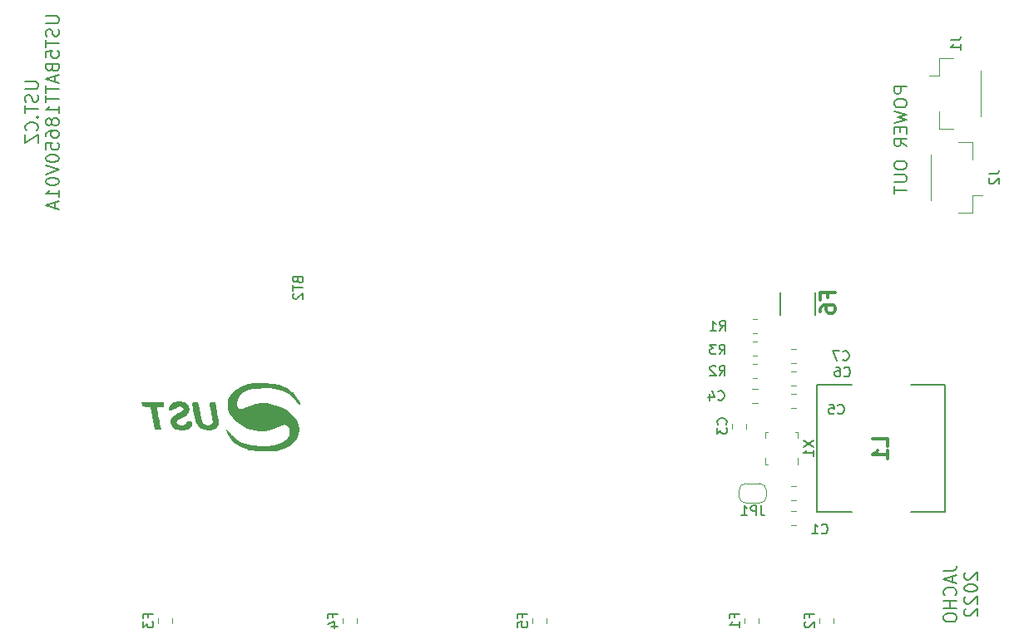
<source format=gbr>
%TF.GenerationSoftware,KiCad,Pcbnew,6.0.4-6f826c9f35~116~ubuntu20.04.1*%
%TF.CreationDate,2022-10-27T05:51:51+00:00*%
%TF.ProjectId,UST5BATT18650V01A,55535435-4241-4545-9431-383635305630,rev?*%
%TF.SameCoordinates,PX463f660PY87a6900*%
%TF.FileFunction,Legend,Bot*%
%TF.FilePolarity,Positive*%
%FSLAX46Y46*%
G04 Gerber Fmt 4.6, Leading zero omitted, Abs format (unit mm)*
G04 Created by KiCad (PCBNEW 6.0.4-6f826c9f35~116~ubuntu20.04.1) date 2022-10-27 05:51:51*
%MOMM*%
%LPD*%
G01*
G04 APERTURE LIST*
%ADD10C,0.200000*%
%ADD11C,0.150000*%
%ADD12C,0.304800*%
%ADD13C,0.120000*%
G04 APERTURE END LIST*
D10*
X2051595Y59960286D02*
X3103976Y59960286D01*
X3227785Y59898381D01*
X3289690Y59836477D01*
X3351595Y59712667D01*
X3351595Y59465048D01*
X3289690Y59341239D01*
X3227785Y59279334D01*
X3103976Y59217429D01*
X2051595Y59217429D01*
X3289690Y58660286D02*
X3351595Y58474572D01*
X3351595Y58165048D01*
X3289690Y58041239D01*
X3227785Y57979334D01*
X3103976Y57917429D01*
X2980166Y57917429D01*
X2856357Y57979334D01*
X2794452Y58041239D01*
X2732547Y58165048D01*
X2670642Y58412667D01*
X2608738Y58536477D01*
X2546833Y58598381D01*
X2423023Y58660286D01*
X2299214Y58660286D01*
X2175404Y58598381D01*
X2113500Y58536477D01*
X2051595Y58412667D01*
X2051595Y58103143D01*
X2113500Y57917429D01*
X2051595Y57546000D02*
X2051595Y56803143D01*
X3351595Y57174572D02*
X2051595Y57174572D01*
X3227785Y56369810D02*
X3289690Y56307905D01*
X3351595Y56369810D01*
X3289690Y56431715D01*
X3227785Y56369810D01*
X3351595Y56369810D01*
X3227785Y55007905D02*
X3289690Y55069810D01*
X3351595Y55255524D01*
X3351595Y55379334D01*
X3289690Y55565048D01*
X3165880Y55688858D01*
X3042071Y55750762D01*
X2794452Y55812667D01*
X2608738Y55812667D01*
X2361119Y55750762D01*
X2237309Y55688858D01*
X2113500Y55565048D01*
X2051595Y55379334D01*
X2051595Y55255524D01*
X2113500Y55069810D01*
X2175404Y55007905D01*
X2051595Y54574572D02*
X2051595Y53707905D01*
X3351595Y54574572D01*
X3351595Y53707905D01*
X4144595Y66646000D02*
X5196976Y66646000D01*
X5320785Y66584096D01*
X5382690Y66522191D01*
X5444595Y66398381D01*
X5444595Y66150762D01*
X5382690Y66026953D01*
X5320785Y65965048D01*
X5196976Y65903143D01*
X4144595Y65903143D01*
X5382690Y65346000D02*
X5444595Y65160286D01*
X5444595Y64850762D01*
X5382690Y64726953D01*
X5320785Y64665048D01*
X5196976Y64603143D01*
X5073166Y64603143D01*
X4949357Y64665048D01*
X4887452Y64726953D01*
X4825547Y64850762D01*
X4763642Y65098381D01*
X4701738Y65222191D01*
X4639833Y65284096D01*
X4516023Y65346000D01*
X4392214Y65346000D01*
X4268404Y65284096D01*
X4206500Y65222191D01*
X4144595Y65098381D01*
X4144595Y64788858D01*
X4206500Y64603143D01*
X4144595Y64231715D02*
X4144595Y63488858D01*
X5444595Y63860286D02*
X4144595Y63860286D01*
X4144595Y62436477D02*
X4144595Y63055524D01*
X4763642Y63117429D01*
X4701738Y63055524D01*
X4639833Y62931715D01*
X4639833Y62622191D01*
X4701738Y62498381D01*
X4763642Y62436477D01*
X4887452Y62374572D01*
X5196976Y62374572D01*
X5320785Y62436477D01*
X5382690Y62498381D01*
X5444595Y62622191D01*
X5444595Y62931715D01*
X5382690Y63055524D01*
X5320785Y63117429D01*
X4763642Y61384096D02*
X4825547Y61198381D01*
X4887452Y61136477D01*
X5011261Y61074572D01*
X5196976Y61074572D01*
X5320785Y61136477D01*
X5382690Y61198381D01*
X5444595Y61322191D01*
X5444595Y61817429D01*
X4144595Y61817429D01*
X4144595Y61384096D01*
X4206500Y61260286D01*
X4268404Y61198381D01*
X4392214Y61136477D01*
X4516023Y61136477D01*
X4639833Y61198381D01*
X4701738Y61260286D01*
X4763642Y61384096D01*
X4763642Y61817429D01*
X5073166Y60579334D02*
X5073166Y59960286D01*
X5444595Y60703143D02*
X4144595Y60269810D01*
X5444595Y59836477D01*
X4144595Y59588858D02*
X4144595Y58846000D01*
X5444595Y59217429D02*
X4144595Y59217429D01*
X4144595Y58598381D02*
X4144595Y57855524D01*
X5444595Y58226953D02*
X4144595Y58226953D01*
X5444595Y56741239D02*
X5444595Y57484096D01*
X5444595Y57112667D02*
X4144595Y57112667D01*
X4330309Y57236477D01*
X4454119Y57360286D01*
X4516023Y57484096D01*
X4701738Y55998381D02*
X4639833Y56122191D01*
X4577928Y56184096D01*
X4454119Y56246000D01*
X4392214Y56246000D01*
X4268404Y56184096D01*
X4206500Y56122191D01*
X4144595Y55998381D01*
X4144595Y55750762D01*
X4206500Y55626953D01*
X4268404Y55565048D01*
X4392214Y55503143D01*
X4454119Y55503143D01*
X4577928Y55565048D01*
X4639833Y55626953D01*
X4701738Y55750762D01*
X4701738Y55998381D01*
X4763642Y56122191D01*
X4825547Y56184096D01*
X4949357Y56246000D01*
X5196976Y56246000D01*
X5320785Y56184096D01*
X5382690Y56122191D01*
X5444595Y55998381D01*
X5444595Y55750762D01*
X5382690Y55626953D01*
X5320785Y55565048D01*
X5196976Y55503143D01*
X4949357Y55503143D01*
X4825547Y55565048D01*
X4763642Y55626953D01*
X4701738Y55750762D01*
X4144595Y54388858D02*
X4144595Y54636477D01*
X4206500Y54760286D01*
X4268404Y54822191D01*
X4454119Y54946000D01*
X4701738Y55007905D01*
X5196976Y55007905D01*
X5320785Y54946000D01*
X5382690Y54884096D01*
X5444595Y54760286D01*
X5444595Y54512667D01*
X5382690Y54388858D01*
X5320785Y54326953D01*
X5196976Y54265048D01*
X4887452Y54265048D01*
X4763642Y54326953D01*
X4701738Y54388858D01*
X4639833Y54512667D01*
X4639833Y54760286D01*
X4701738Y54884096D01*
X4763642Y54946000D01*
X4887452Y55007905D01*
X4144595Y53088858D02*
X4144595Y53707905D01*
X4763642Y53769810D01*
X4701738Y53707905D01*
X4639833Y53584096D01*
X4639833Y53274572D01*
X4701738Y53150762D01*
X4763642Y53088858D01*
X4887452Y53026953D01*
X5196976Y53026953D01*
X5320785Y53088858D01*
X5382690Y53150762D01*
X5444595Y53274572D01*
X5444595Y53584096D01*
X5382690Y53707905D01*
X5320785Y53769810D01*
X4144595Y52222191D02*
X4144595Y52098381D01*
X4206500Y51974572D01*
X4268404Y51912667D01*
X4392214Y51850762D01*
X4639833Y51788858D01*
X4949357Y51788858D01*
X5196976Y51850762D01*
X5320785Y51912667D01*
X5382690Y51974572D01*
X5444595Y52098381D01*
X5444595Y52222191D01*
X5382690Y52346000D01*
X5320785Y52407905D01*
X5196976Y52469810D01*
X4949357Y52531715D01*
X4639833Y52531715D01*
X4392214Y52469810D01*
X4268404Y52407905D01*
X4206500Y52346000D01*
X4144595Y52222191D01*
X4144595Y51417429D02*
X5444595Y50984096D01*
X4144595Y50550762D01*
X4144595Y49869810D02*
X4144595Y49746000D01*
X4206500Y49622191D01*
X4268404Y49560286D01*
X4392214Y49498381D01*
X4639833Y49436477D01*
X4949357Y49436477D01*
X5196976Y49498381D01*
X5320785Y49560286D01*
X5382690Y49622191D01*
X5444595Y49746000D01*
X5444595Y49869810D01*
X5382690Y49993620D01*
X5320785Y50055524D01*
X5196976Y50117429D01*
X4949357Y50179334D01*
X4639833Y50179334D01*
X4392214Y50117429D01*
X4268404Y50055524D01*
X4206500Y49993620D01*
X4144595Y49869810D01*
X5444595Y48198381D02*
X5444595Y48941239D01*
X5444595Y48569810D02*
X4144595Y48569810D01*
X4330309Y48693620D01*
X4454119Y48817429D01*
X4516023Y48941239D01*
X5073166Y47703143D02*
X5073166Y47084096D01*
X5444595Y47826953D02*
X4144595Y47393620D01*
X5444595Y46960286D01*
X95523595Y10130334D02*
X96452166Y10130334D01*
X96637880Y10192239D01*
X96761690Y10316048D01*
X96823595Y10501762D01*
X96823595Y10625572D01*
X96452166Y9573191D02*
X96452166Y8954143D01*
X96823595Y9697000D02*
X95523595Y9263667D01*
X96823595Y8830334D01*
X96699785Y7654143D02*
X96761690Y7716048D01*
X96823595Y7901762D01*
X96823595Y8025572D01*
X96761690Y8211286D01*
X96637880Y8335096D01*
X96514071Y8397000D01*
X96266452Y8458905D01*
X96080738Y8458905D01*
X95833119Y8397000D01*
X95709309Y8335096D01*
X95585500Y8211286D01*
X95523595Y8025572D01*
X95523595Y7901762D01*
X95585500Y7716048D01*
X95647404Y7654143D01*
X96823595Y7097000D02*
X95523595Y7097000D01*
X96142642Y7097000D02*
X96142642Y6354143D01*
X96823595Y6354143D02*
X95523595Y6354143D01*
X95523595Y5487477D02*
X95523595Y5239858D01*
X95585500Y5116048D01*
X95709309Y4992239D01*
X95956928Y4930334D01*
X96390261Y4930334D01*
X96637880Y4992239D01*
X96761690Y5116048D01*
X96823595Y5239858D01*
X96823595Y5487477D01*
X96761690Y5611286D01*
X96637880Y5735096D01*
X96390261Y5797000D01*
X95956928Y5797000D01*
X95709309Y5735096D01*
X95585500Y5611286D01*
X95523595Y5487477D01*
X97740404Y9975572D02*
X97678500Y9913667D01*
X97616595Y9789858D01*
X97616595Y9480334D01*
X97678500Y9356524D01*
X97740404Y9294620D01*
X97864214Y9232715D01*
X97988023Y9232715D01*
X98173738Y9294620D01*
X98916595Y10037477D01*
X98916595Y9232715D01*
X97616595Y8427953D02*
X97616595Y8304143D01*
X97678500Y8180334D01*
X97740404Y8118429D01*
X97864214Y8056524D01*
X98111833Y7994620D01*
X98421357Y7994620D01*
X98668976Y8056524D01*
X98792785Y8118429D01*
X98854690Y8180334D01*
X98916595Y8304143D01*
X98916595Y8427953D01*
X98854690Y8551762D01*
X98792785Y8613667D01*
X98668976Y8675572D01*
X98421357Y8737477D01*
X98111833Y8737477D01*
X97864214Y8675572D01*
X97740404Y8613667D01*
X97678500Y8551762D01*
X97616595Y8427953D01*
X97740404Y7499381D02*
X97678500Y7437477D01*
X97616595Y7313667D01*
X97616595Y7004143D01*
X97678500Y6880334D01*
X97740404Y6818429D01*
X97864214Y6756524D01*
X97988023Y6756524D01*
X98173738Y6818429D01*
X98916595Y7561286D01*
X98916595Y6756524D01*
X97740404Y6261286D02*
X97678500Y6199381D01*
X97616595Y6075572D01*
X97616595Y5766048D01*
X97678500Y5642239D01*
X97740404Y5580334D01*
X97864214Y5518429D01*
X97988023Y5518429D01*
X98173738Y5580334D01*
X98916595Y6323191D01*
X98916595Y5518429D01*
X91774095Y59456762D02*
X90474095Y59456762D01*
X90474095Y58961524D01*
X90536000Y58837715D01*
X90597904Y58775810D01*
X90721714Y58713905D01*
X90907428Y58713905D01*
X91031238Y58775810D01*
X91093142Y58837715D01*
X91155047Y58961524D01*
X91155047Y59456762D01*
X90474095Y57909143D02*
X90474095Y57661524D01*
X90536000Y57537715D01*
X90659809Y57413905D01*
X90907428Y57352000D01*
X91340761Y57352000D01*
X91588380Y57413905D01*
X91712190Y57537715D01*
X91774095Y57661524D01*
X91774095Y57909143D01*
X91712190Y58032953D01*
X91588380Y58156762D01*
X91340761Y58218667D01*
X90907428Y58218667D01*
X90659809Y58156762D01*
X90536000Y58032953D01*
X90474095Y57909143D01*
X90474095Y56918667D02*
X91774095Y56609143D01*
X90845523Y56361524D01*
X91774095Y56113905D01*
X90474095Y55804381D01*
X91093142Y55309143D02*
X91093142Y54875810D01*
X91774095Y54690096D02*
X91774095Y55309143D01*
X90474095Y55309143D01*
X90474095Y54690096D01*
X91774095Y53390096D02*
X91155047Y53823429D01*
X91774095Y54132953D02*
X90474095Y54132953D01*
X90474095Y53637715D01*
X90536000Y53513905D01*
X90597904Y53452000D01*
X90721714Y53390096D01*
X90907428Y53390096D01*
X91031238Y53452000D01*
X91093142Y53513905D01*
X91155047Y53637715D01*
X91155047Y54132953D01*
X90474095Y51594858D02*
X90474095Y51347239D01*
X90536000Y51223429D01*
X90659809Y51099620D01*
X90907428Y51037715D01*
X91340761Y51037715D01*
X91588380Y51099620D01*
X91712190Y51223429D01*
X91774095Y51347239D01*
X91774095Y51594858D01*
X91712190Y51718667D01*
X91588380Y51842477D01*
X91340761Y51904381D01*
X90907428Y51904381D01*
X90659809Y51842477D01*
X90536000Y51718667D01*
X90474095Y51594858D01*
X90474095Y50480572D02*
X91526476Y50480572D01*
X91650285Y50418667D01*
X91712190Y50356762D01*
X91774095Y50232953D01*
X91774095Y49985334D01*
X91712190Y49861524D01*
X91650285Y49799620D01*
X91526476Y49737715D01*
X90474095Y49737715D01*
X90474095Y49304381D02*
X90474095Y48561524D01*
X91774095Y48932953D02*
X90474095Y48932953D01*
D11*
%TO.C,BT2*%
X29773571Y39774715D02*
X29821190Y39631858D01*
X29868809Y39584239D01*
X29964047Y39536620D01*
X30106904Y39536620D01*
X30202142Y39584239D01*
X30249761Y39631858D01*
X30297380Y39727096D01*
X30297380Y40108048D01*
X29297380Y40108048D01*
X29297380Y39774715D01*
X29345000Y39679477D01*
X29392619Y39631858D01*
X29487857Y39584239D01*
X29583095Y39584239D01*
X29678333Y39631858D01*
X29725952Y39679477D01*
X29773571Y39774715D01*
X29773571Y40108048D01*
X29297380Y39250905D02*
X29297380Y38679477D01*
X30297380Y38965191D02*
X29297380Y38965191D01*
X29392619Y38393762D02*
X29345000Y38346143D01*
X29297380Y38250905D01*
X29297380Y38012810D01*
X29345000Y37917572D01*
X29392619Y37869953D01*
X29487857Y37822334D01*
X29583095Y37822334D01*
X29725952Y37869953D01*
X30297380Y38441381D01*
X30297380Y37822334D01*
%TO.C,C5*%
X84748666Y26185858D02*
X84796285Y26138239D01*
X84939142Y26090620D01*
X85034380Y26090620D01*
X85177238Y26138239D01*
X85272476Y26233477D01*
X85320095Y26328715D01*
X85367714Y26519191D01*
X85367714Y26662048D01*
X85320095Y26852524D01*
X85272476Y26947762D01*
X85177238Y27043000D01*
X85034380Y27090620D01*
X84939142Y27090620D01*
X84796285Y27043000D01*
X84748666Y26995381D01*
X83843904Y27090620D02*
X84320095Y27090620D01*
X84367714Y26614429D01*
X84320095Y26662048D01*
X84224857Y26709667D01*
X83986761Y26709667D01*
X83891523Y26662048D01*
X83843904Y26614429D01*
X83796285Y26519191D01*
X83796285Y26281096D01*
X83843904Y26185858D01*
X83891523Y26138239D01*
X83986761Y26090620D01*
X84224857Y26090620D01*
X84320095Y26138239D01*
X84367714Y26185858D01*
%TO.C,F4*%
X33330571Y5413334D02*
X33330571Y5746667D01*
X33854380Y5746667D02*
X32854380Y5746667D01*
X32854380Y5270477D01*
X33187714Y4460953D02*
X33854380Y4460953D01*
X32806761Y4699048D02*
X33521047Y4937143D01*
X33521047Y4318096D01*
%TO.C,J1*%
X96226380Y64214334D02*
X96940666Y64214334D01*
X97083523Y64261953D01*
X97178761Y64357191D01*
X97226380Y64500048D01*
X97226380Y64595286D01*
X97226380Y63214334D02*
X97226380Y63785762D01*
X97226380Y63500048D02*
X96226380Y63500048D01*
X96369238Y63595286D01*
X96464476Y63690524D01*
X96512095Y63785762D01*
%TO.C,R2*%
X72683666Y30027620D02*
X73017000Y30503810D01*
X73255095Y30027620D02*
X73255095Y31027620D01*
X72874142Y31027620D01*
X72778904Y30980000D01*
X72731285Y30932381D01*
X72683666Y30837143D01*
X72683666Y30694286D01*
X72731285Y30599048D01*
X72778904Y30551429D01*
X72874142Y30503810D01*
X73255095Y30503810D01*
X72302714Y30932381D02*
X72255095Y30980000D01*
X72159857Y31027620D01*
X71921761Y31027620D01*
X71826523Y30980000D01*
X71778904Y30932381D01*
X71731285Y30837143D01*
X71731285Y30741905D01*
X71778904Y30599048D01*
X72350333Y30027620D01*
X71731285Y30027620D01*
%TO.C,C4*%
X72556666Y27582858D02*
X72604285Y27535239D01*
X72747142Y27487620D01*
X72842380Y27487620D01*
X72985238Y27535239D01*
X73080476Y27630477D01*
X73128095Y27725715D01*
X73175714Y27916191D01*
X73175714Y28059048D01*
X73128095Y28249524D01*
X73080476Y28344762D01*
X72985238Y28440000D01*
X72842380Y28487620D01*
X72747142Y28487620D01*
X72604285Y28440000D01*
X72556666Y28392381D01*
X71699523Y28154286D02*
X71699523Y27487620D01*
X71937619Y28535239D02*
X72175714Y27820953D01*
X71556666Y27820953D01*
%TO.C,F5*%
X52634571Y5413334D02*
X52634571Y5746667D01*
X53158380Y5746667D02*
X52158380Y5746667D01*
X52158380Y5270477D01*
X52158380Y4413334D02*
X52158380Y4889524D01*
X52634571Y4937143D01*
X52586952Y4889524D01*
X52539333Y4794286D01*
X52539333Y4556191D01*
X52586952Y4460953D01*
X52634571Y4413334D01*
X52729809Y4365715D01*
X52967904Y4365715D01*
X53063142Y4413334D01*
X53110761Y4460953D01*
X53158380Y4556191D01*
X53158380Y4794286D01*
X53110761Y4889524D01*
X53063142Y4937143D01*
%TO.C,R1*%
X72707166Y34599620D02*
X73040500Y35075810D01*
X73278595Y34599620D02*
X73278595Y35599620D01*
X72897642Y35599620D01*
X72802404Y35552000D01*
X72754785Y35504381D01*
X72707166Y35409143D01*
X72707166Y35266286D01*
X72754785Y35171048D01*
X72802404Y35123429D01*
X72897642Y35075810D01*
X73278595Y35075810D01*
X71754785Y34599620D02*
X72326214Y34599620D01*
X72040500Y34599620D02*
X72040500Y35599620D01*
X72135738Y35456762D01*
X72230976Y35361524D01*
X72326214Y35313905D01*
%TO.C,C7*%
X85256666Y31646858D02*
X85304285Y31599239D01*
X85447142Y31551620D01*
X85542380Y31551620D01*
X85685238Y31599239D01*
X85780476Y31694477D01*
X85828095Y31789715D01*
X85875714Y31980191D01*
X85875714Y32123048D01*
X85828095Y32313524D01*
X85780476Y32408762D01*
X85685238Y32504000D01*
X85542380Y32551620D01*
X85447142Y32551620D01*
X85304285Y32504000D01*
X85256666Y32456381D01*
X84923333Y32551620D02*
X84256666Y32551620D01*
X84685238Y31551620D01*
%TO.C,JP1*%
X76921333Y16781620D02*
X76921333Y16067334D01*
X76968952Y15924477D01*
X77064190Y15829239D01*
X77207047Y15781620D01*
X77302285Y15781620D01*
X76445142Y15781620D02*
X76445142Y16781620D01*
X76064190Y16781620D01*
X75968952Y16734000D01*
X75921333Y16686381D01*
X75873714Y16591143D01*
X75873714Y16448286D01*
X75921333Y16353048D01*
X75968952Y16305429D01*
X76064190Y16257810D01*
X76445142Y16257810D01*
X74921333Y15781620D02*
X75492761Y15781620D01*
X75207047Y15781620D02*
X75207047Y16781620D01*
X75302285Y16638762D01*
X75397523Y16543524D01*
X75492761Y16495905D01*
%TO.C,C3*%
X73353142Y25058667D02*
X73400761Y25106286D01*
X73448380Y25249143D01*
X73448380Y25344381D01*
X73400761Y25487239D01*
X73305523Y25582477D01*
X73210285Y25630096D01*
X73019809Y25677715D01*
X72876952Y25677715D01*
X72686476Y25630096D01*
X72591238Y25582477D01*
X72496000Y25487239D01*
X72448380Y25344381D01*
X72448380Y25249143D01*
X72496000Y25106286D01*
X72543619Y25058667D01*
X72448380Y24725334D02*
X72448380Y24106286D01*
X72829333Y24439620D01*
X72829333Y24296762D01*
X72876952Y24201524D01*
X72924571Y24153905D01*
X73019809Y24106286D01*
X73257904Y24106286D01*
X73353142Y24153905D01*
X73400761Y24201524D01*
X73448380Y24296762D01*
X73448380Y24582477D01*
X73400761Y24677715D01*
X73353142Y24725334D01*
D12*
%TO.C,L1*%
X89843428Y22860000D02*
X89843428Y23585715D01*
X88319428Y23585715D01*
X89843428Y21553715D02*
X89843428Y22424572D01*
X89843428Y21989143D02*
X88319428Y21989143D01*
X88537142Y22134286D01*
X88682285Y22279429D01*
X88754857Y22424572D01*
D11*
%TO.C,C6*%
X85383666Y29995858D02*
X85431285Y29948239D01*
X85574142Y29900620D01*
X85669380Y29900620D01*
X85812238Y29948239D01*
X85907476Y30043477D01*
X85955095Y30138715D01*
X86002714Y30329191D01*
X86002714Y30472048D01*
X85955095Y30662524D01*
X85907476Y30757762D01*
X85812238Y30853000D01*
X85669380Y30900620D01*
X85574142Y30900620D01*
X85431285Y30853000D01*
X85383666Y30805381D01*
X84526523Y30900620D02*
X84717000Y30900620D01*
X84812238Y30853000D01*
X84859857Y30805381D01*
X84955095Y30662524D01*
X85002714Y30472048D01*
X85002714Y30091096D01*
X84955095Y29995858D01*
X84907476Y29948239D01*
X84812238Y29900620D01*
X84621761Y29900620D01*
X84526523Y29948239D01*
X84478904Y29995858D01*
X84431285Y30091096D01*
X84431285Y30329191D01*
X84478904Y30424429D01*
X84526523Y30472048D01*
X84621761Y30519667D01*
X84812238Y30519667D01*
X84907476Y30472048D01*
X84955095Y30424429D01*
X85002714Y30329191D01*
%TO.C,F2*%
X81844571Y5413334D02*
X81844571Y5746667D01*
X82368380Y5746667D02*
X81368380Y5746667D01*
X81368380Y5270477D01*
X81463619Y4937143D02*
X81416000Y4889524D01*
X81368380Y4794286D01*
X81368380Y4556191D01*
X81416000Y4460953D01*
X81463619Y4413334D01*
X81558857Y4365715D01*
X81654095Y4365715D01*
X81796952Y4413334D01*
X82368380Y4984762D01*
X82368380Y4365715D01*
%TO.C,C1*%
X83097666Y13993858D02*
X83145285Y13946239D01*
X83288142Y13898620D01*
X83383380Y13898620D01*
X83526238Y13946239D01*
X83621476Y14041477D01*
X83669095Y14136715D01*
X83716714Y14327191D01*
X83716714Y14470048D01*
X83669095Y14660524D01*
X83621476Y14755762D01*
X83526238Y14851000D01*
X83383380Y14898620D01*
X83288142Y14898620D01*
X83145285Y14851000D01*
X83097666Y14803381D01*
X82145285Y13898620D02*
X82716714Y13898620D01*
X82431000Y13898620D02*
X82431000Y14898620D01*
X82526238Y14755762D01*
X82621476Y14660524D01*
X82716714Y14612905D01*
%TO.C,R3*%
X72683666Y32186620D02*
X73017000Y32662810D01*
X73255095Y32186620D02*
X73255095Y33186620D01*
X72874142Y33186620D01*
X72778904Y33139000D01*
X72731285Y33091381D01*
X72683666Y32996143D01*
X72683666Y32853286D01*
X72731285Y32758048D01*
X72778904Y32710429D01*
X72874142Y32662810D01*
X73255095Y32662810D01*
X72350333Y33186620D02*
X71731285Y33186620D01*
X72064619Y32805667D01*
X71921761Y32805667D01*
X71826523Y32758048D01*
X71778904Y32710429D01*
X71731285Y32615191D01*
X71731285Y32377096D01*
X71778904Y32281858D01*
X71826523Y32234239D01*
X71921761Y32186620D01*
X72207476Y32186620D01*
X72302714Y32234239D01*
X72350333Y32281858D01*
%TO.C,X1*%
X81240380Y23415524D02*
X82240380Y22748858D01*
X81240380Y22748858D02*
X82240380Y23415524D01*
X82240380Y21844096D02*
X82240380Y22415524D01*
X82240380Y22129810D02*
X81240380Y22129810D01*
X81383238Y22225048D01*
X81478476Y22320286D01*
X81526095Y22415524D01*
%TO.C,J2*%
X100126380Y50573334D02*
X100840666Y50573334D01*
X100983523Y50620953D01*
X101078761Y50716191D01*
X101126380Y50859048D01*
X101126380Y50954286D01*
X100221619Y50144762D02*
X100174000Y50097143D01*
X100126380Y50001905D01*
X100126380Y49763810D01*
X100174000Y49668572D01*
X100221619Y49620953D01*
X100316857Y49573334D01*
X100412095Y49573334D01*
X100554952Y49620953D01*
X101126380Y50192381D01*
X101126380Y49573334D01*
%TO.C,F3*%
X14534571Y5413334D02*
X14534571Y5746667D01*
X15058380Y5746667D02*
X14058380Y5746667D01*
X14058380Y5270477D01*
X14058380Y4984762D02*
X14058380Y4365715D01*
X14439333Y4699048D01*
X14439333Y4556191D01*
X14486952Y4460953D01*
X14534571Y4413334D01*
X14629809Y4365715D01*
X14867904Y4365715D01*
X14963142Y4413334D01*
X15010761Y4460953D01*
X15058380Y4556191D01*
X15058380Y4841905D01*
X15010761Y4937143D01*
X14963142Y4984762D01*
%TO.C,F1*%
X74224571Y5413334D02*
X74224571Y5746667D01*
X74748380Y5746667D02*
X73748380Y5746667D01*
X73748380Y5270477D01*
X74748380Y4365715D02*
X74748380Y4937143D01*
X74748380Y4651429D02*
X73748380Y4651429D01*
X73891238Y4746667D01*
X73986476Y4841905D01*
X74034095Y4937143D01*
D12*
%TO.C,F6*%
X83690822Y37980620D02*
X83690822Y38488620D01*
X84489108Y38488620D02*
X82965108Y38488620D01*
X82965108Y37762906D01*
X82965108Y36529192D02*
X82965108Y36819478D01*
X83037680Y36964620D01*
X83110251Y37037192D01*
X83327965Y37182335D01*
X83618251Y37254906D01*
X84198822Y37254906D01*
X84343965Y37182335D01*
X84416537Y37109763D01*
X84489108Y36964620D01*
X84489108Y36674335D01*
X84416537Y36529192D01*
X84343965Y36456620D01*
X84198822Y36384049D01*
X83835965Y36384049D01*
X83690822Y36456620D01*
X83618251Y36529192D01*
X83545680Y36674335D01*
X83545680Y36964620D01*
X83618251Y37109763D01*
X83690822Y37182335D01*
X83835965Y37254906D01*
D13*
%TO.C,C5*%
X80525252Y28167000D02*
X80002748Y28167000D01*
X80525252Y26697000D02*
X80002748Y26697000D01*
%TO.C,F4*%
X35762000Y5338578D02*
X35762000Y4821422D01*
X34342000Y5338578D02*
X34342000Y4821422D01*
%TO.C,C2*%
X80525252Y17299000D02*
X80002748Y17299000D01*
X80525252Y18769000D02*
X80002748Y18769000D01*
%TO.C,J1*%
X95064000Y60611000D02*
X94074000Y60611000D01*
X96514000Y62411000D02*
X95064000Y62411000D01*
X96514000Y55191000D02*
X95064000Y55191000D01*
X99334000Y61141000D02*
X99334000Y56461000D01*
X95064000Y62411000D02*
X95064000Y60611000D01*
X95064000Y55191000D02*
X95064000Y56991000D01*
%TO.C,R2*%
X76076436Y31215000D02*
X76530564Y31215000D01*
X76076436Y29745000D02*
X76530564Y29745000D01*
%TO.C,C4*%
X76564752Y27205000D02*
X76042248Y27205000D01*
X76564752Y28675000D02*
X76042248Y28675000D01*
%TO.C,F5*%
X55066000Y5338578D02*
X55066000Y4821422D01*
X53646000Y5338578D02*
X53646000Y4821422D01*
%TO.C,R1*%
X76099936Y34317000D02*
X76554064Y34317000D01*
X76099936Y35787000D02*
X76554064Y35787000D01*
%TO.C,C7*%
X80525252Y32739000D02*
X80002748Y32739000D01*
X80525252Y31269000D02*
X80002748Y31269000D01*
%TO.C,JP1*%
X77488000Y17734000D02*
X77488000Y18334000D01*
X74688000Y18334000D02*
X74688000Y17734000D01*
X75388000Y17034000D02*
X76788000Y17034000D01*
X76788000Y19034000D02*
X75388000Y19034000D01*
X77488000Y18334000D02*
G75*
G03*
X76788000Y19034000I-700000J0D01*
G01*
X74688000Y17734000D02*
G75*
G03*
X75388000Y17034000I699999J-1D01*
G01*
X76788000Y17034000D02*
G75*
G03*
X77488000Y17734000I0J700000D01*
G01*
X75388000Y19034000D02*
G75*
G03*
X74688000Y18334000I-1J-699999D01*
G01*
%TO.C,C3*%
X73941000Y25153252D02*
X73941000Y24630748D01*
X75411000Y25153252D02*
X75411000Y24630748D01*
%TO.C,G1*%
G36*
X17858940Y27390776D02*
G01*
X18240781Y27318478D01*
X18517734Y27157730D01*
X18686398Y26911251D01*
X18743375Y26581756D01*
X18741617Y26516126D01*
X18692034Y26277738D01*
X18560369Y26077763D01*
X18327973Y25894965D01*
X17976194Y25708103D01*
X17861655Y25653141D01*
X17612857Y25515936D01*
X17476546Y25398412D01*
X17437074Y25283092D01*
X17478793Y25152497D01*
X17486119Y25139681D01*
X17633102Y25013711D01*
X17845232Y24957879D01*
X18074761Y24970172D01*
X18273938Y25048580D01*
X18395018Y25191091D01*
X18443204Y25282235D01*
X18547464Y25344502D01*
X18741639Y25360006D01*
X18791298Y25359768D01*
X18947180Y25345704D01*
X19011469Y25289993D01*
X19024038Y25165121D01*
X18986680Y24961693D01*
X18831290Y24721832D01*
X18576500Y24548674D01*
X18480890Y24515214D01*
X18196616Y24465349D01*
X17873607Y24454903D01*
X17569710Y24483733D01*
X17342771Y24551698D01*
X17104158Y24719850D01*
X16914321Y24991076D01*
X16848900Y25318773D01*
X16853445Y25431607D01*
X16905260Y25650015D01*
X17031399Y25831574D01*
X17252400Y26000180D01*
X17588801Y26179731D01*
X17713438Y26241401D01*
X17977955Y26393636D01*
X18120805Y26522356D01*
X18151707Y26638930D01*
X18080381Y26754728D01*
X17951508Y26835121D01*
X17725661Y26865932D01*
X17493640Y26809626D01*
X17310435Y26672105D01*
X17282267Y26638399D01*
X17120082Y26516267D01*
X16898889Y26482658D01*
X16739791Y26491638D01*
X16657083Y26538430D01*
X16638403Y26648610D01*
X16642409Y26698029D01*
X16729253Y26913836D01*
X16903887Y27126237D01*
X17132274Y27290966D01*
X17229904Y27328014D01*
X17464934Y27376024D01*
X17725972Y27394812D01*
X17858940Y27390776D01*
G37*
G36*
X26594753Y29247571D02*
G01*
X27046616Y29221394D01*
X27435019Y29180094D01*
X27724591Y29124035D01*
X27931042Y29060298D01*
X28293175Y28922733D01*
X28637835Y28763961D01*
X28925580Y28602842D01*
X29116967Y28458237D01*
X29222384Y28364490D01*
X29324800Y28298196D01*
X29338669Y28289530D01*
X29427528Y28193619D01*
X29562224Y28018098D01*
X29719483Y27792774D01*
X29732503Y27773225D01*
X29915205Y27471551D01*
X30018252Y27241733D01*
X30037773Y27095351D01*
X29969895Y27043984D01*
X29953452Y27045620D01*
X29899729Y27102617D01*
X29882141Y27136942D01*
X29787054Y27259126D01*
X29628014Y27441749D01*
X29426110Y27659990D01*
X29399053Y27688343D01*
X29117829Y27960367D01*
X28847262Y28166648D01*
X28549862Y28327847D01*
X28188135Y28464625D01*
X27724591Y28597641D01*
X27399079Y28665612D01*
X26881739Y28723487D01*
X26327005Y28738821D01*
X25769644Y28713556D01*
X25244422Y28649635D01*
X24786105Y28548999D01*
X24429458Y28413590D01*
X24134126Y28220840D01*
X23841045Y27914521D01*
X23651893Y27561399D01*
X23584812Y27187800D01*
X23589060Y27089048D01*
X23662582Y26831472D01*
X23824950Y26680016D01*
X24072922Y26635517D01*
X24403257Y26698813D01*
X24812712Y26870740D01*
X24859632Y26894088D01*
X25492989Y27134559D01*
X26125496Y27235071D01*
X26759060Y27195941D01*
X26967132Y27154572D01*
X27510669Y26998307D01*
X28048628Y26781499D01*
X28554202Y26519089D01*
X29000583Y26226019D01*
X29360965Y25917231D01*
X29608539Y25607668D01*
X29672352Y25495772D01*
X29880244Y24994003D01*
X29949208Y24511277D01*
X29879343Y24048433D01*
X29670748Y23606307D01*
X29323521Y23185738D01*
X29310324Y23172852D01*
X28912262Y22856565D01*
X28430511Y22606107D01*
X27839520Y22408087D01*
X27557591Y22352968D01*
X27128819Y22309874D01*
X26635391Y22290527D01*
X26117187Y22294485D01*
X25614085Y22321303D01*
X25165967Y22370538D01*
X24812712Y22441747D01*
X24687534Y22478554D01*
X24017229Y22744784D01*
X23456984Y23096465D01*
X23007764Y23532871D01*
X22670531Y24053277D01*
X22571234Y24266816D01*
X22508839Y24431309D01*
X22498552Y24507632D01*
X22526515Y24498167D01*
X22633182Y24410027D01*
X22797064Y24250184D01*
X22996291Y24039221D01*
X23061251Y23968819D01*
X23399243Y23636337D01*
X23721527Y23392049D01*
X24072603Y23206650D01*
X24496967Y23050830D01*
X24673464Y22999606D01*
X25297453Y22877655D01*
X25969710Y22822395D01*
X26647266Y22833759D01*
X27287148Y22911679D01*
X27846384Y23056088D01*
X28120105Y23173616D01*
X28469501Y23401555D01*
X28734428Y23674091D01*
X28905404Y23972710D01*
X28972948Y24278896D01*
X28927580Y24574134D01*
X28759818Y24839909D01*
X28659743Y24925060D01*
X28441756Y24999011D01*
X28172942Y24959257D01*
X27838381Y24805237D01*
X27750285Y24757129D01*
X27136772Y24512493D01*
X26468401Y24389840D01*
X25760439Y24390737D01*
X25028151Y24516753D01*
X24640209Y24641367D01*
X24076449Y24915250D01*
X23568494Y25272766D01*
X23143948Y25693320D01*
X22830416Y26156318D01*
X22687184Y26551504D01*
X22632401Y26988662D01*
X22667858Y27417665D01*
X22794624Y27789771D01*
X22811737Y27821481D01*
X23124752Y28251113D01*
X23551890Y28625860D01*
X24074112Y28931879D01*
X24672381Y29155326D01*
X24860106Y29193797D01*
X25212105Y29231738D01*
X25642127Y29253105D01*
X26114800Y29258262D01*
X26594753Y29247571D01*
G37*
G36*
X15002469Y27308910D02*
G01*
X16112160Y27289564D01*
X16156134Y26833486D01*
X15800860Y26833486D01*
X15663665Y26829825D01*
X15497515Y26800739D01*
X15445585Y26739185D01*
X15448675Y26707832D01*
X15473770Y26553036D01*
X15519996Y26299996D01*
X15582413Y25975312D01*
X15656083Y25605586D01*
X15694163Y25417170D01*
X15762347Y25077601D01*
X15817032Y24802298D01*
X15853387Y24615677D01*
X15866580Y24542153D01*
X15854354Y24535412D01*
X15745445Y24522956D01*
X15560397Y24518017D01*
X15254215Y24518017D01*
X14796203Y26827255D01*
X14366612Y26847912D01*
X14286708Y26851824D01*
X14084089Y26867698D01*
X13977497Y26901380D01*
X13932559Y26971930D01*
X13914900Y27098413D01*
X13892779Y27328257D01*
X15002469Y27308910D01*
G37*
G36*
X19759755Y26605448D02*
G01*
X19850464Y26120256D01*
X19940155Y25725462D01*
X20028382Y25436986D01*
X20120474Y25237577D01*
X20221761Y25109986D01*
X20376172Y25022460D01*
X20616398Y24978487D01*
X20857266Y25003530D01*
X21037857Y25098449D01*
X21044887Y25105568D01*
X21088834Y25161723D01*
X21112143Y25235707D01*
X21113295Y25351447D01*
X21090769Y25532869D01*
X21043045Y25803899D01*
X20968602Y26188464D01*
X20945789Y26305137D01*
X20879911Y26649415D01*
X20826706Y26938448D01*
X20791141Y27144787D01*
X20778182Y27240979D01*
X20781973Y27256700D01*
X20876552Y27306609D01*
X21081151Y27324647D01*
X21384120Y27324647D01*
X21572311Y26318305D01*
X21598068Y26179198D01*
X21662023Y25820803D01*
X21713574Y25513113D01*
X21747980Y25285155D01*
X21760502Y25165954D01*
X21760408Y25160683D01*
X21705481Y24998060D01*
X21575205Y24804092D01*
X21407425Y24626307D01*
X21239982Y24512233D01*
X21102275Y24483405D01*
X20872166Y24466742D01*
X20602458Y24466735D01*
X20270855Y24500727D01*
X19937472Y24613462D01*
X19689489Y24815633D01*
X19505513Y25119979D01*
X19466564Y25227285D01*
X19396913Y25466416D01*
X19316142Y25779265D01*
X19232209Y26130968D01*
X19153073Y26486662D01*
X19086693Y26811483D01*
X19041029Y27070566D01*
X19024038Y27229047D01*
X19027957Y27250758D01*
X19116178Y27306767D01*
X19329065Y27324647D01*
X19634092Y27324647D01*
X19759755Y26605448D01*
G37*
D11*
%TO.C,L1*%
X95654000Y29106000D02*
X95654000Y16106000D01*
X95654000Y16106000D02*
X92154000Y16106000D01*
X92154000Y29106000D02*
X95654000Y29106000D01*
X82654000Y29106000D02*
X86154000Y29106000D01*
X86154000Y16106000D02*
X82654000Y16106000D01*
X82654000Y16106000D02*
X82654000Y29106000D01*
D13*
%TO.C,C6*%
X80525252Y30453000D02*
X80002748Y30453000D01*
X80525252Y28983000D02*
X80002748Y28983000D01*
%TO.C,F2*%
X82856000Y5338578D02*
X82856000Y4821422D01*
X84276000Y5338578D02*
X84276000Y4821422D01*
%TO.C,C1*%
X80525252Y16229000D02*
X80002748Y16229000D01*
X80525252Y14759000D02*
X80002748Y14759000D01*
%TO.C,R3*%
X76554064Y32031000D02*
X76099936Y32031000D01*
X76554064Y33501000D02*
X76099936Y33501000D01*
%TO.C,X1*%
X77578000Y24305000D02*
X77328000Y24305000D01*
X80378000Y24305000D02*
X80628000Y24305000D01*
X77328000Y23640000D02*
X77328000Y24305000D01*
X80628000Y21005000D02*
X80628000Y21670000D01*
X80628000Y23640000D02*
X80628000Y24305000D01*
X77328000Y21005000D02*
X77578000Y21005000D01*
X77328000Y21005000D02*
X77328000Y21670000D01*
%TO.C,J2*%
X97034000Y53850000D02*
X98484000Y53850000D01*
X97034000Y46630000D02*
X98484000Y46630000D01*
X98484000Y53850000D02*
X98484000Y52050000D01*
X98484000Y48430000D02*
X99474000Y48430000D01*
X98484000Y46630000D02*
X98484000Y48430000D01*
X94214000Y47900000D02*
X94214000Y52580000D01*
%TO.C,F3*%
X16966000Y5338578D02*
X16966000Y4821422D01*
X15546000Y5338578D02*
X15546000Y4821422D01*
%TO.C,F1*%
X76656000Y5338578D02*
X76656000Y4821422D01*
X75236000Y5338578D02*
X75236000Y4821422D01*
D11*
%TO.C,F6*%
X82423000Y36195000D02*
X82423000Y38481000D01*
X78867000Y36195000D02*
X78867000Y38481000D01*
%TD*%
M02*

</source>
